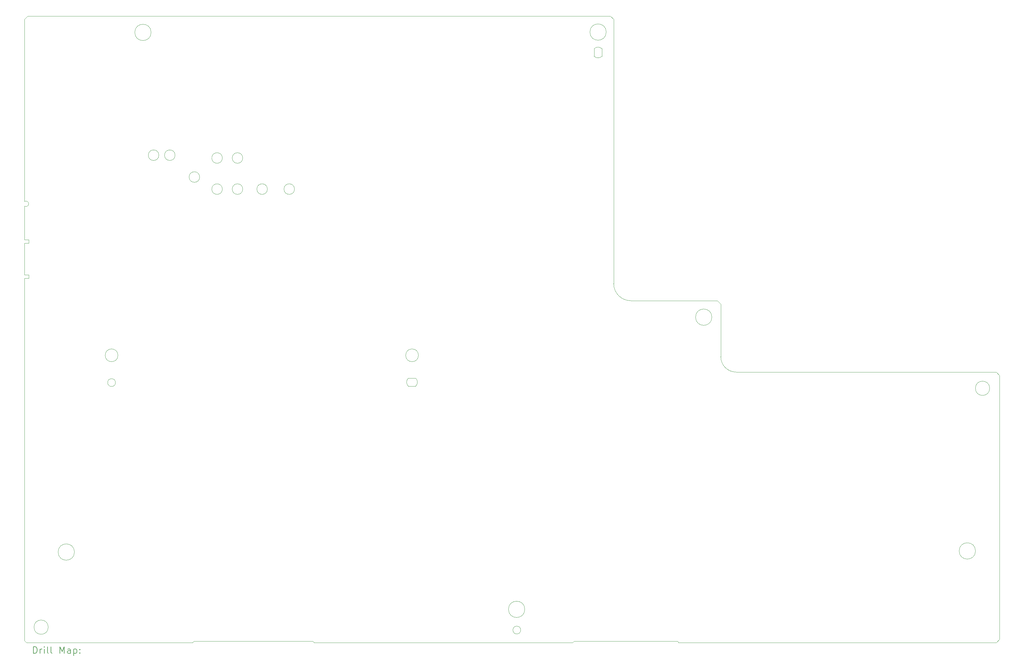
<source format=gbr>
%TF.GenerationSoftware,KiCad,Pcbnew,7.0.8*%
%TF.CreationDate,2023-11-11T13:42:41+01:00*%
%TF.ProjectId,PCE,5043452e-6b69-4636-9164-5f7063625858,1.3*%
%TF.SameCoordinates,Original*%
%TF.FileFunction,Drillmap*%
%TF.FilePolarity,Positive*%
%FSLAX45Y45*%
G04 Gerber Fmt 4.5, Leading zero omitted, Abs format (unit mm)*
G04 Created by KiCad (PCBNEW 7.0.8) date 2023-11-11 13:42:41*
%MOMM*%
%LPD*%
G01*
G04 APERTURE LIST*
%ADD10C,0.100000*%
%ADD11C,0.200000*%
G04 APERTURE END LIST*
D10*
X11820000Y-22610000D02*
X6932500Y-22610000D01*
X24200000Y-4275000D02*
X24200000Y-12050000D01*
X23625000Y-5359865D02*
G75*
G03*
X23855000Y-5359865I115000J115000D01*
G01*
X6964680Y-4175000D02*
X24100000Y-4175000D01*
X14015000Y-9267500D02*
G75*
G03*
X14015000Y-9267500I-155000J0D01*
G01*
X13290000Y-8352500D02*
G75*
G03*
X13290000Y-8352500I-155000J0D01*
G01*
X18157461Y-14832480D02*
G75*
G03*
X18157461Y-15062480I115000J-115000D01*
G01*
X23032500Y-22570000D02*
X26077500Y-22570000D01*
X11820000Y-22610000D02*
X11820000Y-22595000D01*
X6873240Y-9631680D02*
X6873240Y-4267500D01*
X9547500Y-14960000D02*
G75*
G03*
X9547500Y-14960000I-115000J0D01*
G01*
X34840000Y-19912500D02*
G75*
G03*
X34840000Y-19912500I-240000J0D01*
G01*
X24100000Y-4175000D02*
X24200000Y-4275000D01*
X11300000Y-8270000D02*
G75*
G03*
X11300000Y-8270000I-155000J0D01*
G01*
X24200000Y-12050000D02*
G75*
G03*
X24700000Y-12550000I500000J0D01*
G01*
X6932500Y-22610000D02*
X6873240Y-22550120D01*
X35257500Y-15127500D02*
G75*
G03*
X35257500Y-15127500I-210000J0D01*
G01*
X6997500Y-11792500D02*
X6997500Y-11892500D01*
X24700000Y-12550000D02*
X27250000Y-12550000D01*
X35550000Y-14750000D02*
X35550000Y-22510000D01*
X27350000Y-14200000D02*
G75*
G03*
X27800000Y-14650000I450000J0D01*
G01*
X23980000Y-4647500D02*
G75*
G03*
X23980000Y-4647500I-240000J0D01*
G01*
X12690000Y-9267500D02*
G75*
G03*
X12690000Y-9267500I-155000J0D01*
G01*
X6997500Y-10755000D02*
X6873240Y-10755000D01*
X18457500Y-14157500D02*
G75*
G03*
X18457500Y-14157500I-187500J0D01*
G01*
X18157461Y-15062480D02*
X18379865Y-15062520D01*
X6997500Y-10755000D02*
X6997500Y-10855000D01*
X11845000Y-22570000D02*
X15355000Y-22570000D01*
X14812500Y-9267500D02*
G75*
G03*
X14812500Y-9267500I-155000J0D01*
G01*
X12022500Y-8912500D02*
G75*
G03*
X12022500Y-8912500I-155000J0D01*
G01*
X6873240Y-22550120D02*
X6873240Y-11892500D01*
X35450000Y-14650000D02*
X35550000Y-14750000D01*
X6997500Y-10855000D02*
X6873240Y-10855000D01*
X18157461Y-14832480D02*
X18379865Y-14832520D01*
X27350000Y-12650000D02*
X27350000Y-14200000D01*
X15380000Y-22595000D02*
X15355000Y-22570000D01*
X13290000Y-9267500D02*
G75*
G03*
X13290000Y-9267500I-155000J0D01*
G01*
X6873240Y-10755000D02*
X6873240Y-9768840D01*
X22992500Y-22610000D02*
X23032500Y-22570000D01*
X21465000Y-22240000D02*
G75*
G03*
X21465000Y-22240000I-115000J0D01*
G01*
X6873240Y-11792500D02*
X6873240Y-10855000D01*
X22992500Y-22610000D02*
X15380000Y-22610000D01*
X35450000Y-22610000D02*
X26102500Y-22610000D01*
X27087500Y-13035000D02*
G75*
G03*
X27087500Y-13035000I-240000J0D01*
G01*
X35550000Y-22510000D02*
X35450000Y-22610000D01*
X23855039Y-5137461D02*
G75*
G03*
X23625039Y-5137461I-115000J-115000D01*
G01*
X18379866Y-15062520D02*
G75*
G03*
X18379865Y-14832520I-114996J115000D01*
G01*
X12690000Y-8352500D02*
G75*
G03*
X12690000Y-8352500I-155000J0D01*
G01*
X6873240Y-9768840D02*
G75*
G03*
X6873240Y-9631680I41200J68580D01*
G01*
X10822500Y-8270000D02*
G75*
G03*
X10822500Y-8270000I-155000J0D01*
G01*
X6997500Y-11792500D02*
X6873240Y-11792500D01*
X26102500Y-22610000D02*
X26102500Y-22595000D01*
X8340000Y-19945000D02*
G75*
G03*
X8340000Y-19945000I-240000J0D01*
G01*
X23625039Y-5137461D02*
X23625000Y-5359865D01*
X26102500Y-22595000D02*
X26077500Y-22570000D01*
X10595000Y-4657500D02*
G75*
G03*
X10595000Y-4657500I-240000J0D01*
G01*
X27250000Y-12550000D02*
X27350000Y-12650000D01*
X6997500Y-11892500D02*
X6873240Y-11892500D01*
X27800000Y-14650000D02*
X35450000Y-14650000D01*
X15380000Y-22610000D02*
X15380000Y-22595000D01*
X23855039Y-5137461D02*
X23855000Y-5359865D01*
X21585000Y-21630000D02*
G75*
G03*
X21585000Y-21630000I-240000J0D01*
G01*
X7570000Y-22155000D02*
G75*
G03*
X7570000Y-22155000I-210000J0D01*
G01*
X6873240Y-4267500D02*
X6964680Y-4175000D01*
X11820000Y-22595000D02*
X11845000Y-22570000D01*
X9620000Y-14157500D02*
G75*
G03*
X9620000Y-14157500I-187500J0D01*
G01*
D11*
X7129017Y-22926484D02*
X7129017Y-22726484D01*
X7129017Y-22726484D02*
X7176636Y-22726484D01*
X7176636Y-22726484D02*
X7205207Y-22736008D01*
X7205207Y-22736008D02*
X7224255Y-22755055D01*
X7224255Y-22755055D02*
X7233779Y-22774103D01*
X7233779Y-22774103D02*
X7243302Y-22812198D01*
X7243302Y-22812198D02*
X7243302Y-22840769D01*
X7243302Y-22840769D02*
X7233779Y-22878865D01*
X7233779Y-22878865D02*
X7224255Y-22897912D01*
X7224255Y-22897912D02*
X7205207Y-22916960D01*
X7205207Y-22916960D02*
X7176636Y-22926484D01*
X7176636Y-22926484D02*
X7129017Y-22926484D01*
X7329017Y-22926484D02*
X7329017Y-22793150D01*
X7329017Y-22831246D02*
X7338541Y-22812198D01*
X7338541Y-22812198D02*
X7348064Y-22802674D01*
X7348064Y-22802674D02*
X7367112Y-22793150D01*
X7367112Y-22793150D02*
X7386160Y-22793150D01*
X7452826Y-22926484D02*
X7452826Y-22793150D01*
X7452826Y-22726484D02*
X7443302Y-22736008D01*
X7443302Y-22736008D02*
X7452826Y-22745531D01*
X7452826Y-22745531D02*
X7462350Y-22736008D01*
X7462350Y-22736008D02*
X7452826Y-22726484D01*
X7452826Y-22726484D02*
X7452826Y-22745531D01*
X7576636Y-22926484D02*
X7557588Y-22916960D01*
X7557588Y-22916960D02*
X7548064Y-22897912D01*
X7548064Y-22897912D02*
X7548064Y-22726484D01*
X7681398Y-22926484D02*
X7662350Y-22916960D01*
X7662350Y-22916960D02*
X7652826Y-22897912D01*
X7652826Y-22897912D02*
X7652826Y-22726484D01*
X7909969Y-22926484D02*
X7909969Y-22726484D01*
X7909969Y-22726484D02*
X7976636Y-22869341D01*
X7976636Y-22869341D02*
X8043302Y-22726484D01*
X8043302Y-22726484D02*
X8043302Y-22926484D01*
X8224255Y-22926484D02*
X8224255Y-22821722D01*
X8224255Y-22821722D02*
X8214731Y-22802674D01*
X8214731Y-22802674D02*
X8195683Y-22793150D01*
X8195683Y-22793150D02*
X8157588Y-22793150D01*
X8157588Y-22793150D02*
X8138541Y-22802674D01*
X8224255Y-22916960D02*
X8205207Y-22926484D01*
X8205207Y-22926484D02*
X8157588Y-22926484D01*
X8157588Y-22926484D02*
X8138541Y-22916960D01*
X8138541Y-22916960D02*
X8129017Y-22897912D01*
X8129017Y-22897912D02*
X8129017Y-22878865D01*
X8129017Y-22878865D02*
X8138541Y-22859817D01*
X8138541Y-22859817D02*
X8157588Y-22850293D01*
X8157588Y-22850293D02*
X8205207Y-22850293D01*
X8205207Y-22850293D02*
X8224255Y-22840769D01*
X8319493Y-22793150D02*
X8319493Y-22993150D01*
X8319493Y-22802674D02*
X8338541Y-22793150D01*
X8338541Y-22793150D02*
X8376636Y-22793150D01*
X8376636Y-22793150D02*
X8395684Y-22802674D01*
X8395684Y-22802674D02*
X8405207Y-22812198D01*
X8405207Y-22812198D02*
X8414731Y-22831246D01*
X8414731Y-22831246D02*
X8414731Y-22888388D01*
X8414731Y-22888388D02*
X8405207Y-22907436D01*
X8405207Y-22907436D02*
X8395684Y-22916960D01*
X8395684Y-22916960D02*
X8376636Y-22926484D01*
X8376636Y-22926484D02*
X8338541Y-22926484D01*
X8338541Y-22926484D02*
X8319493Y-22916960D01*
X8500445Y-22907436D02*
X8509969Y-22916960D01*
X8509969Y-22916960D02*
X8500445Y-22926484D01*
X8500445Y-22926484D02*
X8490922Y-22916960D01*
X8490922Y-22916960D02*
X8500445Y-22907436D01*
X8500445Y-22907436D02*
X8500445Y-22926484D01*
X8500445Y-22802674D02*
X8509969Y-22812198D01*
X8509969Y-22812198D02*
X8500445Y-22821722D01*
X8500445Y-22821722D02*
X8490922Y-22812198D01*
X8490922Y-22812198D02*
X8500445Y-22802674D01*
X8500445Y-22802674D02*
X8500445Y-22821722D01*
M02*

</source>
